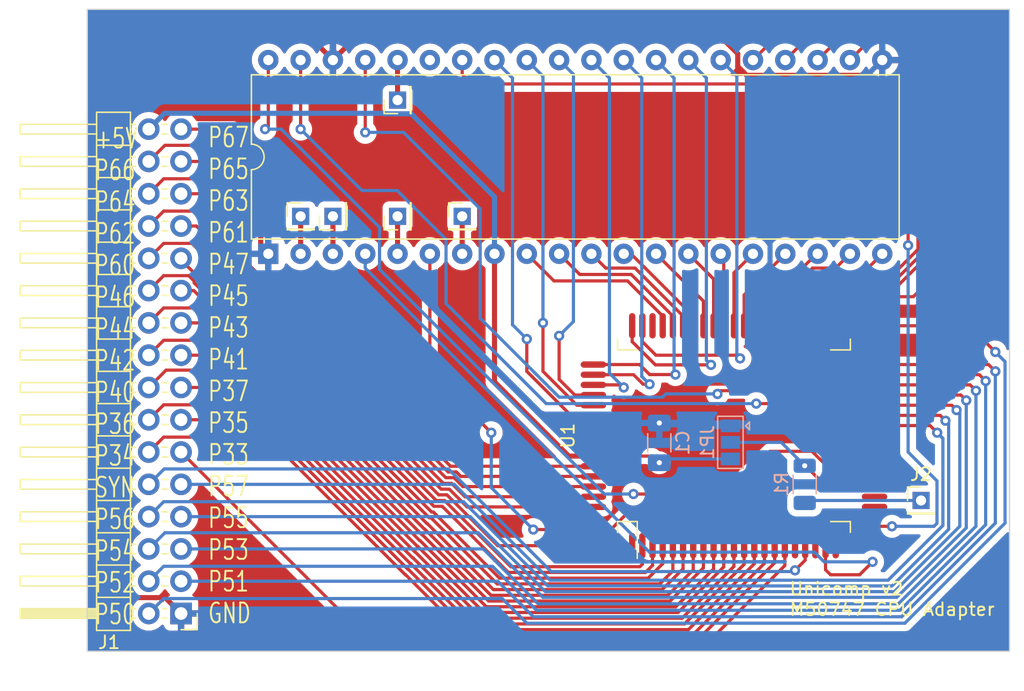
<source format=kicad_pcb>
(kicad_pcb (version 20221018) (generator pcbnew)
  (layers (0 "F.Cu" signal) (31 "B.Cu" signal) (34 "B.Paste" user) (35 "F.Paste" user) (36 "B.SilkS" user "B.Silkscreen") (37 "F.SilkS" user "F.Silkscreen") (38 "B.Mask" user) (39 "F.Mask" user) (44 "Edge.Cuts" user))
  (net 0 "")
  (net 1 "+5V")
  (net 2 "GND")
  (net 3 "/P50")
  (net 4 "/P47")
  (net 5 "/P46")
  (net 6 "/~{NMI}")
  (net 7 "/~{IRQ1}")
  (net 8 "/~{RST}")
  (net 9 "/P45")
  (net 10 "/P44")
  (net 11 "/A15")
  (net 12 "/A14")
  (net 13 "/A13")
  (net 14 "/A12")
  (net 15 "/A11")
  (net 16 "/A10")
  (net 17 "/A9")
  (net 18 "/A8")
  (net 19 "/D7")
  (net 20 "/D6")
  (net 21 "/D5")
  (net 22 "/D4")
  (net 23 "/D3")
  (net 24 "/D2")
  (net 25 "/D1")
  (net 26 "/D0")
  (net 27 "/R{slash}~{W}")
  (net 28 "Net-(J6-Pin_1)")
  (net 29 "/A0")
  (net 30 "/A1")
  (net 31 "/A2")
  (net 32 "/A3")
  (net 33 "/A4")
  (net 34 "/A5")
  (net 35 "/A6")
  (net 36 "/A7")
  (net 37 "/PHI2")
  (net 38 "/CPUCLK")
  (net 39 "+5C")
  (net 40 "/P43")
  (net 41 "/P42")
  (net 42 "/P41")
  (net 43 "Net-(J3-Pin_1)")
  (net 44 "Net-(J4-Pin_1)")
  (net 45 "/~{HALT}")
  (net 46 "/BA")
  (net 47 "/P40")
  (net 48 "/P51")
  (net 49 "/P52")
  (net 50 "/P53")
  (net 51 "/P54")
  (net 52 "/P55")
  (net 53 "/P56")
  (net 54 "/P57")
  (net 55 "/P60")
  (net 56 "/P61")
  (net 57 "/P62")
  (net 58 "/P63")
  (net 59 "/P64")
  (net 60 "/P65")
  (net 61 "/P66")
  (net 62 "/P67")
  (net 63 "/SYNC")
  (net 64 "/P37")
  (net 65 "/P36")
  (net 66 "/P35")
  (net 67 "/P34")
  (net 68 "/P33")
  (net 69 "Net-(J2-Pin_1)")
  (net 70 "Net-(JP1-C)")
  (footprint "Connector_PinHeader_2.00mm:PinHeader_1x01_P2.00mm_Vertical" (layer "F.Cu") (at 183.896 40.64 90)
    (fp_text reference "J4" hide)
    (fp_text value ".")
  )
  (footprint "Package_DIP:DIP-40_W15.24mm" (layer "F.Cu") (at 173.736 52.7304 90)
    (fp_text reference "U3" hide)
    (fp_text value "MC6802")
  )
  (footprint "Connector_PinHeader_2.54mm:PinHeader_2x16_P2.54mm_Horizontal" (layer "F.Cu") (at 166.878 81.026 180)
    (fp_text reference "J1")
    (fp_text value "Conn_02x16_Odd_Even")
  )
  (footprint "Connector_PinHeader_2.00mm:PinHeader_1x01_P2.00mm_Vertical" (layer "F.Cu") (at 188.976 49.784)
    (fp_text reference "J7" hide)
    (fp_text value ".")
  )
  (footprint "Connector_PinHeader_2.00mm:PinHeader_1x01_P2.00mm_Vertical" (layer "F.Cu") (at 183.896 49.784 90)
    (fp_text reference "J6" hide)
    (fp_text value ".")
  )
  (footprint "my_own_conn:QFP-72_13.2x18_Pitch0.8mm" (layer "F.Cu") (at 210.338 67.042)
    (fp_text reference "U1")
    (fp_text value "M50747QFP")
  )
  (footprint "Connector_PinHeader_2.00mm:PinHeader_1x01_P2.00mm_Vertical" (layer "F.Cu") (at 225.044 72.136)
    (fp_text reference "J2")
    (fp_text value ".")
  )
  (footprint "Connector_PinHeader_2.00mm:PinHeader_1x01_P2.00mm_Vertical" (layer "F.Cu") (at 176.276 49.784)
    (fp_text reference "J8" hide)
    (fp_text value ".")
  )
  (footprint "Connector_PinHeader_2.00mm:PinHeader_1x01_P2.00mm_Vertical" (layer "F.Cu") (at 178.816 49.784 90)
    (fp_text reference "J3" hide)
    (fp_text value ".")
  )
  (footprint "Capacitor_SMD:C_1206_3216Metric_Pad1.33x1.80mm_HandSolder" (layer "B.Cu") (at 204.47 67.6025 90)
    (fp_text reference "C1")
    (fp_text value "100n" hide)
  )
  (footprint "Resistor_SMD:R_1206_3216Metric" (layer "B.Cu") (at 215.9 70.866 -90)
    (fp_text reference "R1")
    (fp_text value "1k")
  )
  (footprint "Jumper:SolderJumper-3_P1.3mm_Open_Pad1.0x1.5mm" (layer "B.Cu") (at 210.058 67.564 -90)
    (fp_text reference "JP1")
    (fp_text value "Mode")
  )
  (gr_rect (start 159.5 33.5) (end 232 84) (stroke (width 0.1)) (fill none) (layer "Edge.Cuts"))
  (gr_text "+5V\nP66\nP64\nP62\nP60\nP46\nP44\nP42\nP40\nP36\nP34\nSYN\nP56\nP54\nP52\nP50" (at 160 82) (layer "F.SilkS") (effects (font (size 1.55 1.1)) (justify left bottom)))
  (gr_text "Unicomp v2\nM50747 CPU Adapter" (at 214.63 81.28) (layer "F.SilkS") (effects (font (size 1 1)) (justify left bottom)))
  (gr_text "P67\nP65\nP63\nP61\nP47\nP45\nP43\nP41\nP37\nP35\nP33\nP57\nP55\nP53\nP51\nGND\n" (at 168.91 81.915) (layer "F.SilkS") (effects (font (size 1.55 1.1)) (justify left bottom)))
  (segment (start 199.288 68.642) (end 203.947 68.642) (width 0.25) (layer "F.Cu") (net 1))
  (segment (start 197.352082 68.642) (end 199.288 68.642) (width 0.4) (layer "F.Cu") (net 1))
  (segment (start 191.516 52.7304) (end 191.516 62.805918) (width 0.4) (layer "F.Cu") (net 1))
  (segment (start 203.947 68.642) (end 204.47 69.165) (width 0.25) (layer "F.Cu") (net 1))
  (segment (start 191.516 62.805918) (end 197.352082 68.642) (width 0.4) (layer "F.Cu") (net 1))
  (via (at 204.47 69.165) (size 0.8) (drill 0.4) (layers "F.Cu" "B.Cu") (net 1))
  (segment (start 165.588 41.676) (end 182.821 41.676) (width 0.4) (layer "B.Cu") (net 1))
  (segment (start 182.821 41.676) (end 182.86 41.715) (width 0.4) (layer "B.Cu") (net 1))
  (segment (start 204.771 68.864) (end 204.47 69.165) (width 0.25) (layer "B.Cu") (net 1))
  (segment (start 191.516 48.26) (end 191.516 52.7304) (width 0.4) (layer "B.Cu") (net 1))
  (segment (start 164.338 42.926) (end 165.588 41.676) (width 0.4) (layer "B.Cu") (net 1))
  (segment (start 184.971 41.715) (end 191.516 48.26) (width 0.4) (layer "B.Cu") (net 1))
  (segment (start 210.058 68.864) (end 204.771 68.864) (width 0.25) (layer "B.Cu") (net 1))
  (segment (start 182.86 41.715) (end 184.971 41.715) (width 0.4) (layer "B.Cu") (net 1))
  (segment (start 207.531 62.979) (end 204.47 66.04) (width 0.25) (layer "F.Cu") (net 2))
  (segment (start 211.338943 38.6904) (end 220.796 38.6904) (width 0.4) (layer "F.Cu") (net 2))
  (segment (start 210.636 36.993343) (end 210.636 37.987457) (width 0.4) (layer "F.Cu") (net 2))
  (segment (start 218.808396 67.042) (end 214.745396 62.979) (width 0.25) (layer "F.Cu") (net 2))
  (segment (start 209.456657 35.814) (end 210.636 36.993343) (width 0.4) (layer "F.Cu") (net 2))
  (segment (start 220.796 38.6904) (end 221.996 37.4904) (width 0.4) (layer "F.Cu") (net 2))
  (segment (start 165.628 79.776) (end 166.878 81.026) (width 0.4) (layer "F.Cu") (net 2))
  (segment (start 221.388 67.042) (end 218.808396 67.042) (width 0.25) (layer "F.Cu") (net 2))
  (segment (start 173.136 48.352) (end 173.136 52.1304) (width 0.4) (layer "F.Cu") (net 2))
  (segment (start 214.745396 62.979) (end 207.531 62.979) (width 0.25) (layer "F.Cu") (net 2))
  (segment (start 180.4924 35.814) (end 209.456657 35.814) (width 0.4) (layer "F.Cu") (net 2))
  (segment (start 210.636 37.987457) (end 211.338943 38.6904) (width 0.4) (layer "F.Cu") (net 2))
  (segment (start 203.468 67.042) (end 204.47 66.04) (width 0.25) (layer "F.Cu") (net 2))
  (segment (start 160.528 42.799) (end 167.513 35.814) (width 0.4) (layer "F.Cu") (net 2))
  (segment (start 178.816 42.672) (end 173.136 48.352) (width 0.4) (layer "F.Cu") (net 2))
  (segment (start 199.288 67.042) (end 203.468 67.042) (width 0.25) (layer "F.Cu") (net 2))
  (segment (start 161.183 79.776) (end 165.628 79.776) (width 0.4) (layer "F.Cu") (net 2))
  (segment (start 178.816 37.4904) (end 180.4924 35.814) (width 0.4) (layer "F.Cu") (net 2))
  (segment (start 178.816 37.4904) (end 178.816 42.672) (width 0.4) (layer "F.Cu") (net 2))
  (segment (start 160.528 79.121) (end 161.183 79.776) (width 0.4) (layer "F.Cu") (net 2))
  (segment (start 167.513 35.814) (end 177.1396 35.814) (width 0.4) (layer "F.Cu") (net 2))
  (segment (start 160.528 79.121) (end 160.528 42.799) (width 0.4) (layer "F.Cu") (net 2))
  (segment (start 177.1396 35.814) (end 178.816 37.4904) (width 0.4) (layer "F.Cu") (net 2))
  (via (at 204.47 66.04) (size 0.8) (drill 0.4) (layers "F.Cu" "B.Cu") (net 2))
  (segment (start 213.176 65.462) (end 212.598 66.04) (width 0.4) (layer "B.Cu") (net 2))
  (segment (start 213.176 46.3104) (end 213.176 65.462) (width 0.4) (layer "B.Cu") (net 2))
  (segment (start 210.058 66.264) (end 204.694 66.264) (width 0.25) (layer "B.Cu") (net 2))
  (segment (start 221.996 37.4904) (end 213.176 46.3104) (width 0.4) (layer "B.Cu") (net 2))
  (segment (start 204.694 66.264) (end 204.47 66.04) (width 0.25) (layer "B.Cu") (net 2))
  (segment (start 212.598 66.04) (end 204.47 66.04) (width 0.4) (layer "B.Cu") (net 2))
  (segment (start 218.338 58.392) (end 228.826 58.392) (width 0.25) (layer "F.Cu") (net 3))
  (segment (start 228.826 58.392) (end 230.886 60.452) (width 0.25) (layer "F.Cu") (net 3))
  (via (at 230.886 60.452) (size 0.8) (drill 0.4) (layers "F.Cu" "B.Cu") (net 3))
  (segment (start 230.886 60.452) (end 231.648 61.214) (width 0.25) (layer "B.Cu") (net 3))
  (segment (start 192.119 79.851) (end 165.513 79.851) (width 0.25) (layer "B.Cu") (net 3))
  (segment (start 223.774 81.788) (end 194.056 81.788) (width 0.25) (layer "B.Cu") (net 3))
  (segment (start 194.056 81.788) (end 192.119 79.851) (width 0.25) (layer "B.Cu") (net 3))
  (segment (start 165.513 79.851) (end 164.338 81.026) (width 0.25) (layer "B.Cu") (net 3))
  (segment (start 231.648 61.214) (end 231.648 73.914) (width 0.25) (layer "B.Cu") (net 3))
  (segment (start 231.648 73.914) (end 223.774 81.788) (width 0.25) (layer "B.Cu") (net 3))
  (segment (start 191.910432 78.246) (end 186.706432 73.042) (width 0.25) (layer "F.Cu") (net 4))
  (segment (start 204.738 75.692) (end 204.738 77.108198) (width 0.25) (layer "F.Cu") (net 4))
  (segment (start 186.568832 73.042) (end 168.358 54.831168) (width 0.25) (layer "F.Cu") (net 4))
  (segment (start 204.738 77.108198) (end 203.600198 78.246) (width 0.25) (layer "F.Cu") (net 4))
  (segment (start 203.600198 78.246) (end 191.910432 78.246) (width 0.25) (layer "F.Cu") (net 4))
  (segment (start 168.358 54.831168) (end 168.358 54.693568) (width 0.25) (layer "F.Cu") (net 4))
  (segment (start 186.706432 73.042) (end 186.568832 73.042) (width 0.25) (layer "F.Cu") (net 4))
  (segment (start 168.358 54.693568) (end 166.878 53.213568) (width 0.25) (layer "F.Cu") (net 4))
  (segment (start 166.878 53.213568) (end 166.878 53.086) (width 0.25) (layer "F.Cu") (net 4))
  (segment (start 167.908 54.879964) (end 167.908 55.017564) (width 0.25) (layer "F.Cu") (net 5))
  (segment (start 191.724036 78.696) (end 204.514 78.696) (width 0.25) (layer "F.Cu") (net 5))
  (segment (start 167.479036 54.451) (end 167.908 54.879964) (width 0.25) (layer "F.Cu") (net 5))
  (segment (start 165.513 54.451) (end 167.479036 54.451) (width 0.25) (layer "F.Cu") (net 5))
  (segment (start 205.538 77.672) (end 205.538 75.692) (width 0.25) (layer "F.Cu") (net 5))
  (segment (start 167.908 55.017564) (end 186.382436 73.492) (width 0.25) (layer "F.Cu") (net 5))
  (segment (start 204.514 78.696) (end 205.538 77.672) (width 0.25) (layer "F.Cu") (net 5))
  (segment (start 186.520036 73.492) (end 191.724036 78.696) (width 0.25) (layer "F.Cu") (net 5))
  (segment (start 186.382436 73.492) (end 186.520036 73.492) (width 0.25) (layer "F.Cu") (net 5))
  (segment (start 164.338 55.626) (end 165.513 54.451) (width 0.25) (layer "F.Cu") (net 5))
  (segment (start 186.436 61.976) (end 186.436 52.7304) (width 0.25) (layer "F.Cu") (net 6))
  (segment (start 213.107173 72.898) (end 202.184 72.898) (width 0.25) (layer "F.Cu") (net 6))
  (segment (start 215.138 74.928827) (end 213.107173 72.898) (width 0.25) (layer "F.Cu") (net 6))
  (segment (start 202.184 72.898) (end 200.66 74.422) (width 0.25) (layer "F.Cu") (net 6))
  (segment (start 200.66 74.422) (end 194.564 74.422) (width 0.25) (layer "F.Cu") (net 6))
  (segment (start 215.138 75.692) (end 215.138 74.928827) (width 0.25) (layer "F.Cu") (net 6))
  (segment (start 191.262 66.802) (end 186.436 61.976) (width 0.25) (layer "F.Cu") (net 6))
  (via (at 194.564 74.422) (size 0.8) (drill 0.4) (layers "F.Cu" "B.Cu") (net 6))
  (via (at 191.262 66.802) (size 0.8) (drill 0.4) (layers "F.Cu" "B.Cu") (net 6))
  (segment (start 194.564 74.422) (end 191.262 71.12) (width 0.25) (layer "B.Cu") (net 6))
  (segment (start 191.262 71.12) (end 191.262 66.802) (width 0.25) (layer "B.Cu") (net 6))
  (segment (start 217.538 77.584) (end 217.932 77.978) (width 0.25) (layer "F.Cu") (net 7))
  (segment (start 217.932 77.978) (end 220.218 77.978) (width 0.25) (layer "F.Cu") (net 7))
  (segment (start 217.538 75.692) (end 217.538 77.584) (width 0.25) (layer "F.Cu") (net 7))
  (segment (start 220.218 77.978) (end 221.234 76.962) (width 0.25) (layer "F.Cu") (net 7))
  (via (at 221.234 76.962) (size 0.8) (drill 0.4) (layers "F.Cu" "B.Cu") (net 7))
  (segment (start 217.424 76.962) (end 216.662 76.2) (width 0.25) (layer "B.Cu") (net 7))
  (segment (start 203.69423 76.2) (end 181.356 53.86177) (width 0.25) (layer "B.Cu") (net 7))
  (segment (start 216.662 76.2) (end 203.69423 76.2) (width 0.25) (layer "B.Cu") (net 7))
  (segment (start 221.234 76.962) (end 217.424 76.962) (width 0.25) (layer "B.Cu") (net 7))
  (segment (start 181.356 53.86177) (end 181.356 52.7304) (width 0.25) (layer "B.Cu") (net 7))
  (segment (start 213.164 68.268) (end 209.804 71.628) (width 0.25) (layer "F.Cu") (net 8))
  (segment (start 221.388 70.242) (end 218.449604 70.242) (width 0.25) (layer "F.Cu") (net 8))
  (segment (start 209.804 71.628) (end 202.438 71.628) (width 0.25) (layer "F.Cu") (net 8))
  (segment (start 218.449604 70.242) (end 216.475604 68.268) (width 0.25) (layer "F.Cu") (net 8))
  (segment (start 173.482 42.926) (end 173.736 42.672) (width 0.25) (layer "F.Cu") (net 8))
  (segment (start 173.736 42.672) (end 173.736 37.4904) (width 0.25) (layer "F.Cu") (net 8))
  (segment (start 216.475604 68.268) (end 213.164 68.268) (width 0.25) (layer "F.Cu") (net 8))
  (via (at 173.482 42.926) (size 0.8) (drill 0.4) (layers "F.Cu" "B.Cu") (net 8))
  (via (at 202.438 71.628) (size 0.8) (drill 0.4) (layers "F.Cu" "B.Cu") (net 8))
  (segment (start 202.438 71.628) (end 200.152 71.628) (width 0.25) (layer "B.Cu") (net 8))
  (segment (start 182.481 53.957) (end 182.481 50.655) (width 0.25) (layer "B.Cu") (net 8))
  (segment (start 200.152 71.628) (end 182.481 53.957) (width 0.25) (layer "B.Cu") (net 8))
  (segment (start 174.752 42.926) (end 173.482 42.926) (width 0.25) (layer "B.Cu") (net 8))
  (segment (start 182.481 50.655) (end 174.752 42.926) (width 0.25) (layer "B.Cu") (net 8))
  (segment (start 191.42796 79.146) (end 204.700396 79.146) (width 0.25) (layer "F.Cu") (net 9))
  (segment (start 204.700396 79.146) (end 206.338 77.508396) (width 0.25) (layer "F.Cu") (net 9))
  (segment (start 186.19604 73.942) (end 186.22396 73.942) (width 0.25) (layer "F.Cu") (net 9))
  (segment (start 167.88004 55.626) (end 186.19604 73.942) (width 0.25) (layer "F.Cu") (net 9))
  (segment (start 166.878 55.626) (end 167.88004 55.626) (width 0.25) (layer "F.Cu") (net 9))
  (segment (start 186.22396 73.942) (end 191.42796 79.146) (width 0.25) (layer "F.Cu") (net 9))
  (segment (start 206.338 77.508396) (end 206.338 75.692) (width 0.25) (layer "F.Cu") (net 9))
  (segment (start 165.513 56.991) (end 168.608644 56.991) (width 0.25) (layer "F.Cu") (net 10))
  (segment (start 205.138 79.596) (end 207.138 77.596) (width 0.25) (layer "F.Cu") (net 10))
  (segment (start 168.608644 56.991) (end 186.009644 74.392) (width 0.25) (layer "F.Cu") (net 10))
  (segment (start 164.338 58.166) (end 165.513 56.991) (width 0.25) (layer "F.Cu") (net 10))
  (segment (start 186.009644 74.392) (end 186.037564 74.392) (width 0.25) (layer "F.Cu") (net 10))
  (segment (start 186.037564 74.392) (end 191.241564 79.596) (width 0.25) (layer "F.Cu") (net 10))
  (segment (start 207.138 77.596) (end 207.138 75.692) (width 0.25) (layer "F.Cu") (net 10))
  (segment (start 191.241564 79.596) (end 205.138 79.596) (width 0.25) (layer "F.Cu") (net 10))
  (segment (start 224.438996 56.1054) (end 227.214 53.330396) (width 0.25) (layer "F.Cu") (net 11))
  (segment (start 227.214 38.360812) (end 223.571188 34.718) (width 0.25) (layer "F.Cu") (net 11))
  (segment (start 216.738 57.074) (end 217.7066 56.1054) (width 0.25) (layer "F.Cu") (net 11))
  (segment (start 216.738 58.392) (end 216.738 57.074) (width 0.25) (layer "F.Cu") (net 11))
  (segment (start 227.214 53.330396) (end 227.214 38.360812) (width 0.25) (layer "F.Cu") (net 11))
  (segment (start 223.571188 34.718) (end 214.6084 34.718) (width 0.25) (layer "F.Cu") (net 11))
  (segment (start 217.7066 56.1054) (end 224.438996 56.1054) (width 0.25) (layer "F.Cu") (net 11))
  (segment (start 214.6084 34.718) (end 211.836 37.4904) (width 0.25) (layer "F.Cu") (net 11))
  (segment (start 217.520204 55.6554) (end 215.938 57.237604) (width 0.25) (layer "F.Cu") (net 12))
  (segment (start 225.703 37.486208) (end 225.703 52.763808) (width 0.25) (layer "F.Cu") (net 12))
  (segment (start 214.376 37.4904) (end 216.6984 35.168) (width 0.25) (layer "F.Cu") (net 12))
  (segment (start 222.811408 55.6554) (end 217.520204 55.6554) (width 0.25) (layer "F.Cu") (net 12))
  (segment (start 215.938 57.237604) (end 215.938 58.392) (width 0.25) (layer "F.Cu") (net 12))
  (segment (start 223.384792 35.168) (end 225.703 37.486208) (width 0.25) (layer "F.Cu") (net 12))
  (segment (start 225.703 52.763808) (end 222.811408 55.6554) (width 0.25) (layer "F.Cu") (net 12))
  (segment (start 216.6984 35.168) (end 223.384792 35.168) (width 0.25) (layer "F.Cu") (net 12))
  (segment (start 225.253 52.577412) (end 225.253 37.672604) (width 0.25) (layer "F.Cu") (net 13))
  (segment (start 215.138 57.401208) (end 217.333808 55.2054) (width 0.25) (layer "F.Cu") (net 13))
  (segment (start 215.138 58.392) (end 215.138 57.401208) (width 0.25) (layer "F.Cu") (net 13))
  (segment (start 217.333808 55.2054) (end 222.625012 55.2054) (width 0.25) (layer "F.Cu") (net 13))
  (segment (start 225.253 37.672604) (end 223.198396 35.618) (width 0.25) (layer "F.Cu") (net 13))
  (segment (start 222.625012 55.2054) (end 225.253 52.577412) (width 0.25) (layer "F.Cu") (net 13))
  (segment (start 218.7884 35.618) (end 216.916 37.4904) (width 0.25) (layer "F.Cu") (net 13))
  (segment (start 223.198396 35.618) (end 218.7884 35.618) (width 0.25) (layer "F.Cu") (net 13))
  (segment (start 224.803 37.859) (end 224.803 52.391016) (width 0.25) (layer "F.Cu") (net 14))
  (segment (start 222.438616 54.7554) (end 217.0246 54.7554) (width 0.25) (layer "F.Cu") (net 14))
  (segment (start 217.0246 54.7554) (end 214.338 57.442) (width 0.25) (layer "F.Cu") (net 14))
  (segment (start 224.803 52.391016) (end 222.438616 54.7554) (width 0.25) (layer "F.Cu") (net 14))
  (segment (start 214.338 57.442) (end 214.338 58.392) (width 0.25) (layer "F.Cu") (net 14))
  (segment (start 219.456 37.4904) (end 220.8784 36.068) (width 0.25) (layer "F.Cu") (net 14))
  (segment (start 223.012 36.068) (end 224.803 37.859) (width 0.25) (layer "F.Cu") (net 14))
  (segment (start 220.8784 36.068) (end 223.012 36.068) (width 0.25) (layer "F.Cu") (net 14))
  (segment (start 213.538 57.605604) (end 216.838204 54.3054) (width 0.25) (layer "F.Cu") (net 15))
  (segment (start 216.838204 54.3054) (end 220.421 54.3054) (width 0.25) (layer "F.Cu") (net 15))
  (segment (start 213.538 58.392) (end 213.538 57.605604) (width 0.25) (layer "F.Cu") (net 15))
  (segment (start 220.421 54.3054) (end 221.996 52.7304) (width 0.25) (layer "F.Cu") (net 15))
  (segment (start 216.511427 53.8554) (end 218.331 53.8554) (width 0.25) (layer "F.Cu") (net 16))
  (segment (start 212.738 58.392) (end 212.738 57.628827) (width 0.25) (layer "F.Cu") (net 16))
  (segment (start 212.738 57.628827) (end 216.511427 53.8554) (width 0.25) (layer "F.Cu") (net 16))
  (segment (start 218.331 53.8554) (end 219.456 52.7304) (width 0.25) (layer "F.Cu") (net 16))
  (segment (start 216.836427 52.7304) (end 216.916 52.7304) (width 0.25) (layer "F.Cu") (net 17))
  (segment (start 211.938 58.392) (end 211.938 57.628827) (width 0.25) (layer "F.Cu") (net 17))
  (segment (start 211.938 57.628827) (end 216.836427 52.7304) (width 0.25) (layer "F.Cu") (net 17))
  (segment (start 211.138 55.9684) (end 214.376 52.7304) (width 0.25) (layer "F.Cu") (net 18))
  (segment (start 211.138 58.392) (end 211.138 55.9684) (width 0.25) (layer "F.Cu") (net 18))
  (segment (start 210.566 60.706) (end 210.82 60.96) (width 0.25) (layer "F.Cu") (net 19))
  (segment (start 203.138 58.392) (end 203.138 59.642) (width 0.25) (layer "F.Cu") (net 19))
  (segment (start 203.138 59.642) (end 204.202 60.706) (width 0.25) (layer "F.Cu") (net 19))
  (segment (start 204.202 60.706) (end 210.566 60.706) (width 0.25) (layer "F.Cu") (net 19))
  (via (at 210.82 60.96) (size 0.8) (drill 0.4) (layers "F.Cu" "B.Cu") (net 19))
  (segment (start 210.566 38.7604) (end 210.566 60.706) (width 0.25) (layer "B.Cu") (net 19))
  (segment (start 209.296 37.4904) (end 210.566 38.7604) (width 0.25) (layer "B.Cu") (net 19))
  (segment (start 210.566 60.706) (end 210.82 60.96) (width 0.25) (layer "B.Cu") (net 19))
  (segment (start 202.338 59.642) (end 204.164 61.468) (width 0.25) (layer "F.Cu") (net 20))
  (segment (start 202.338 58.392) (end 202.338 59.642) (width 0.25) (layer "F.Cu") (net 20))
  (segment (start 204.164 61.468) (end 208.534 61.468) (width 0.25) (layer "F.Cu") (net 20))
  (via (at 208.534 61.468) (size 0.8) (drill 0.4) (layers "F.Cu" "B.Cu") (net 20))
  (segment (start 208.534 61.468) (end 208.171 61.105) (width 0.25) (layer "B.Cu") (net 20))
  (segment (start 208.171 38.9054) (end 206.756 37.4904) (width 0.25) (layer "B.Cu") (net 20))
  (segment (start 208.171 61.105) (end 208.171 38.9054) (width 0.25) (layer "B.Cu") (net 20))
  (segment (start 199.288 61.442) (end 202.92 61.442) (width 0.25) (layer "F.Cu") (net 21))
  (segment (start 203.708 62.23) (end 205.74 62.23) (width 0.25) (layer "F.Cu") (net 21))
  (segment (start 202.92 61.442) (end 203.708 62.23) (width 0.25) (layer "F.Cu") (net 21))
  (via (at 205.74 62.23) (size 0.8) (drill 0.4) (layers "F.Cu" "B.Cu") (net 21))
  (segment (start 205.631 38.9054) (end 204.216 37.4904) (width 0.25) (layer "B.Cu") (net 21))
  (segment (start 205.631 62.121) (end 205.631 38.9054) (width 0.25) (layer "B.Cu") (net 21))
  (segment (start 205.74 62.23) (end 205.631 62.121) (width 0.25) (layer "B.Cu") (net 21))
  (segment (start 199.288 62.242) (end 202.45 62.242) (width 0.25) (layer "F.Cu") (net 22))
  (segment (start 202.45 62.242) (end 203.2 62.992) (width 0.25) (layer "F.Cu") (net 22))
  (segment (start 203.2 62.992) (end 203.708 62.992) (width 0.25) (layer "F.Cu") (net 22))
  (via (at 203.708 62.992) (size 0.8) (drill 0.4) (layers "F.Cu" "B.Cu") (net 22))
  (segment (start 203.091 38.9054) (end 201.676 37.4904) (width 0.25) (layer "B.Cu") (net 22))
  (segment (start 203.091 62.375) (end 203.091 38.9054) (width 0.25) (layer "B.Cu") (net 22))
  (segment (start 203.708 62.992) (end 203.091 62.375) (width 0.25) (layer "B.Cu") (net 22))
  (segment (start 201.472 63.042) (end 201.676 63.246) (width 0.25) (layer "F.Cu") (net 23))
  (segment (start 199.288 63.042) (end 201.472 63.042) (width 0.25) (layer "F.Cu") (net 23))
  (via (at 201.676 63.246) (size 0.8) (drill 0.4) (layers "F.Cu" "B.Cu") (net 23))
  (segment (start 200.551 38.9054) (end 199.136 37.4904) (width 0.25) (layer "B.Cu") (net 23))
  (segment (start 200.551 62.121) (end 200.551 38.9054) (width 0.25) (layer "B.Cu") (net 23))
  (segment (start 201.676 63.246) (end 200.551 62.121) (width 0.25) (layer "B.Cu") (net 23))
  (segment (start 196.596 62.609604) (end 196.596 59.182) (width 0.25) (layer "F.Cu") (net 24))
  (segment (start 197.828396 63.842) (end 196.596 62.609604) (width 0.25) (layer "F.Cu") (net 24))
  (segment (start 199.288 63.842) (end 197.828396 63.842) (width 0.25) (layer "F.Cu") (net 24))
  (via (at 196.596 59.182) (size 0.8) (drill 0.4) (layers "F.Cu" "B.Cu") (net 24))
  (segment (start 196.596 59.182) (end 197.721 58.057) (width 0.25) (layer "B.Cu") (net 24))
  (segment (start 197.721 38.6154) (end 196.596 37.4904) (width 0.25) (layer "B.Cu") (net 24))
  (segment (start 197.721 58.057) (end 197.721 38.6154) (width 0.25) (layer "B.Cu") (net 24))
  (segment (start 199.288 64.642) (end 197.992 64.642) (width 0.25) (layer "F.Cu") (net 25))
  (segment (start 195.326 61.976) (end 195.326 58.166) (width 0.25) (layer "F.Cu") (net 25))
  (segment (start 197.992 64.642) (end 195.326 61.976) (width 0.25) (layer "F.Cu") (net 25))
  (via (at 195.326 58.166) (size 0.8) (drill 0.4) (layers "F.Cu" "B.Cu") (net 25))
  (segment (start 195.326 58.166) (end 195.326 38.7604) (width 0.25) (layer "B.Cu") (net 25))
  (segment (start 195.326 38.7604) (end 194.056 37.4904) (width 0.25) (layer "B.Cu") (net 25))
  (segment (start 197.522 65.442) (end 194.056 61.976) (width 0.25) (layer "F.Cu") (net 26))
  (segment (start 199.288 65.442) (end 197.522 65.442) (width 0.25) (layer "F.Cu") (net 26))
  (segment (start 194.056 61.976) (end 194.056 59.436) (width 0.25) (layer "F.Cu") (net 26))
  (via (at 194.056 59.436) (size 0.8) (drill 0.4) (layers "F.Cu" "B.Cu") (net 26))
  (segment (start 194.056 59.436) (end 192.931 58.311) (width 0.25) (layer "B.Cu") (net 26))
  (segment (start 192.931 58.311) (end 192.931 38.9054) (width 0.25) (layer "B.Cu") (net 26))
  (segment (start 192.931 38.9054) (end 191.516 37.4904) (width 0.25) (layer "B.Cu") (net 26))
  (segment (start 216.738 74.346) (end 216.91602 74.16798) (width 0.25) (layer "F.Cu") (net 27))
  (segment (start 216.738 75.692) (end 216.738 74.346) (width 0.25) (layer "F.Cu") (net 27))
  (segment (start 216.91602 74.16798) (end 222.758 74.16798) (width 0.25) (layer "F.Cu") (net 27))
  (segment (start 189.738 39.37) (end 221.996 39.37) (width 0.25) (layer "F.Cu") (net 27))
  (segment (start 224.028 41.402) (end 224.028 52.07) (width 0.25) (layer "F.Cu") (net 27))
  (segment (start 188.976 38.608) (end 189.738 39.37) (width 0.25) (layer "F.Cu") (net 27))
  (segment (start 221.996 39.37) (end 224.028 41.402) (width 0.25) (layer "F.Cu") (net 27))
  (segment (start 188.976 37.4904) (end 188.976 38.608) (width 0.25) (layer "F.Cu") (net 27))
  (via (at 222.758 74.16798) (size 0.8) (drill 0.4) (layers "F.Cu" "B.Cu") (net 27))
  (via (at 224.028 52.07) (size 0.8) (drill 0.4) (layers "F.Cu" "B.Cu") (net 27))
  (segment (start 224.028 52.07) (end 224.028 68.326) (width 0.25) (layer "B.Cu") (net 27))
  (segment (start 226.298 70.596) (end 226.298 73.93) (width 0.25) (layer "B.Cu") (net 27))
  (segment (start 224.028 68.326) (end 226.298 70.596) (width 0.25) (layer "B.Cu") (net 27))
  (segment (start 226.298 73.93) (end 226.06002 74.16798) (width 0.25) (layer "B.Cu") (net 27))
  (segment (start 226.06002 74.16798) (end 222.758 74.16798) (width 0.25) (layer "B.Cu") (net 27))
  (segment (start 183.896 52.7304) (end 183.896 49.784) (width 0.4) (layer "F.Cu") (net 28))
  (segment (start 201.973173 54.864) (end 196.1896 54.864) (width 0.25) (layer "F.Cu") (net 29))
  (segment (start 196.1896 54.864) (end 194.056 52.7304) (width 0.25) (layer "F.Cu") (net 29))
  (segment (start 204.738 57.628827) (end 201.973173 54.864) (width 0.25) (layer "F.Cu") (net 29))
  (segment (start 204.738 58.392) (end 204.738 57.628827) (width 0.25) (layer "F.Cu") (net 29))
  (segment (start 202.265173 54.356) (end 198.2216 54.356) (width 0.25) (layer "F.Cu") (net 30))
  (segment (start 205.538 58.392) (end 205.538 57.628827) (width 0.25) (layer "F.Cu") (net 30))
  (segment (start 198.2216 54.356) (end 196.596 52.7304) (width 0.25) (layer "F.Cu") (net 30))
  (segment (start 205.538 57.628827) (end 202.265173 54.356) (width 0.25) (layer "F.Cu") (net 30))
  (segment (start 200.261 53.8554) (end 199.136 52.7304) (width 0.25) (layer "F.Cu") (net 31))
  (segment (start 206.338 57.628827) (end 202.564573 53.8554) (width 0.25) (layer "F.Cu") (net 31))
  (segment (start 202.564573 53.8554) (end 200.261 53.8554) (width 0.25) (layer "F.Cu") (net 31))
  (segment (start 206.338 58.392) (end 206.338 57.628827) (width 0.25) (layer "F.Cu") (net 31))
  (segment (start 202.239573 52.7304) (end 201.676 52.7304) (width 0.25) (layer "F.Cu") (net 32))
  (segment (start 207.138 57.628827) (end 202.239573 52.7304) (width 0.25) (layer "F.Cu") (net 32))
  (segment (start 207.138 58.392) (end 207.138 57.628827) (width 0.25) (layer "F.Cu") (net 32))
  (segment (start 207.938 58.392) (end 207.938 56.4524) (width 0.25) (layer "F.Cu") (net 33))
  (segment (start 207.938 56.4524) (end 204.216 52.7304) (width 0.25) (layer "F.Cu") (net 33))
  (segment (start 208.738 58.392) (end 208.738 54.7124) (width 0.25) (layer "F.Cu") (net 34))
  (segment (start 208.738 54.7124) (end 206.756 52.7304) (width 0.25) (layer "F.Cu") (net 34))
  (segment (start 209.538 58.392) (end 209.538 52.9724) (width 0.25) (layer "F.Cu") (net 35))
  (segment (start 209.538 52.9724) (end 209.296 52.7304) (width 0.25) (layer "F.Cu") (net 35))
  (segment (start 210.338 58.392) (end 210.338 54.2284) (width 0.25) (layer "F.Cu") (net 36))
  (segment (start 210.338 54.2284) (end 211.836 52.7304) (width 0.25) (layer "F.Cu") (net 36))
  (segment (start 221.364 67.818) (end 218.948 67.818) (width 0.25) (layer "F.Cu") (net 37))
  (segment (start 181.356 43.18) (end 181.356 37.4904) (width 0.25) (layer "F.Cu") (net 37))
  (segment (start 218.948 67.818) (end 214.63 63.5) (width 0.25) (layer "F.Cu") (net 37))
  (segment (start 209.296 63.5) (end 209.042 63.754) (width 0.25) (layer "F.Cu") (net 37))
  (segment (start 214.63 63.5) (end 209.296 63.5) (width 0.25) (layer "F.Cu") (net 37))
  (segment (start 221.388 67.842) (end 221.364 67.818) (width 0.25) (layer "F.Cu") (net 37))
  (via (at 209.042 63.754) (size 0.8) (drill 0.4) (layers "F.Cu" "B.Cu") (net 37))
  (via (at 181.356 43.18) (size 0.8) (drill 0.4) (layers "F.Cu" "B.Cu") (net 37))
  (segment (start 190.391 57.803) (end 190.391 49.199) (width 0.25) (layer "B.Cu") (net 37))
  (segment (start 204.978 63.754) (end 204.724 64.008) (width 0.25) (layer "B.Cu") (net 37))
  (segment (start 204.724 64.008) (end 196.596 64.008) (width 0.25) (layer "B.Cu") (net 37))
  (segment (start 196.596 64.008) (end 190.391 57.803) (width 0.25) (layer "B.Cu") (net 37))
  (segment (start 184.372 43.18) (end 181.356 43.18) (width 0.25) (layer "B.Cu") (net 37))
  (segment (start 190.391 49.199) (end 184.372 43.18) (width 0.25) (layer "B.Cu") (net 37))
  (segment (start 209.042 63.754) (end 204.978 63.754) (width 0.25) (layer "B.Cu") (net 37))
  (segment (start 212.09 64.516) (end 213.614 64.516) (width 0.25) (layer "F.Cu") (net 38))
  (segment (start 176.276 37.4904) (end 176.276 42.926) (width 0.25) (layer "F.Cu") (net 38))
  (segment (start 218.54 69.442) (end 221.388 69.442) (width 0.25) (layer "F.Cu") (net 38))
  (segment (start 213.614 64.516) (end 218.54 69.442) (width 0.25) (layer "F.Cu") (net 38))
  (via (at 176.276 42.926) (size 0.8) (drill 0.4) (layers "F.Cu" "B.Cu") (net 38))
  (via (at 212.09 64.516) (size 0.8) (drill 0.4) (layers "F.Cu" "B.Cu") (net 38))
  (segment (start 187.706 51.594) (end 187.706 56.642) (width 0.25) (layer "B.Cu") (net 38))
  (segment (start 195.58 64.516) (end 212.09 64.516) (width 0.25) (layer "B.Cu") (net 38))
  (segment (start 181.102 47.752) (end 183.864 47.752) (width 0.25) (layer "B.Cu") (net 38))
  (segment (start 187.706 56.642) (end 195.58 64.516) (width 0.25) (layer "B.Cu") (net 38))
  (segment (start 176.276 42.926) (end 181.102 47.752) (width 0.25) (layer "B.Cu") (net 38))
  (segment (start 183.864 47.752) (end 187.706 51.594) (width 0.25) (layer "B.Cu") (net 38))
  (segment (start 185.851168 74.842) (end 191.055168 80.046) (width 0.25) (layer "F.Cu") (net 40))
  (segment (start 191.055168 80.046) (end 205.324396 80.046) (width 0.25) (layer "F.Cu") (net 40))
  (segment (start 185.823248 74.842) (end 185.851168 74.842) (width 0.25) (layer "F.Cu") (net 40))
  (segment (start 169.147248 58.166) (end 185.823248 74.842) (width 0.25) (layer "F.Cu") (net 40))
  (segment (start 205.324396 80.046) (end 207.938 77.432396) (width 0.25) (layer "F.Cu") (net 40))
  (segment (start 207.938 77.432396) (end 207.938 75.692) (width 0.25) (layer "F.Cu") (net 40))
  (segment (start 166.878 58.166) (end 169.147248 58.166) (width 0.25) (layer "F.Cu") (net 40))
  (segment (start 164.338 60.706) (end 165.513 59.531) (width 0.25) (layer "F.Cu") (net 41))
  (segment (start 190.868772 80.496) (end 205.762 80.496) (width 0.25) (layer "F.Cu") (net 41))
  (segment (start 185.636852 75.292) (end 185.664772 75.292) (width 0.25) (layer "F.Cu") (net 41))
  (segment (start 185.664772 75.292) (end 190.868772 80.496) (width 0.25) (layer "F.Cu") (net 41))
  (segment (start 165.513 59.531) (end 169.875852 59.531) (width 0.25) (layer "F.Cu") (net 41))
  (segment (start 205.762 80.496) (end 208.738 77.52) (width 0.25) (layer "F.Cu") (net 41))
  (segment (start 208.738 77.52) (end 208.738 75.692) (width 0.25) (layer "F.Cu") (net 41))
  (segment (start 169.875852 59.531) (end 185.636852 75.292) (width 0.25) (layer "F.Cu") (net 41))
  (segment (start 209.538 77.356396) (end 209.538 75.692) (width 0.25) (layer "F.Cu") (net 42))
  (segment (start 170.414456 60.706) (end 185.450456 75.742) (width 0.25) (layer "F.Cu") (net 42))
  (segment (start 190.682376 80.946) (end 205.948396 80.946) (width 0.25) (layer "F.Cu") (net 42))
  (segment (start 185.450456 75.742) (end 185.478376 75.742) (width 0.25) (layer "F.Cu") (net 42))
  (segment (start 185.478376 75.742) (end 190.682376 80.946) (width 0.25) (layer "F.Cu") (net 42))
  (segment (start 166.878 60.706) (end 170.414456 60.706) (width 0.25) (layer "F.Cu") (net 42))
  (segment (start 205.948396 80.946) (end 209.538 77.356396) (width 0.25) (layer "F.Cu") (net 42))
  (segment (start 178.816 52.7304) (end 178.816 49.784) (width 0.4) (layer "F.Cu") (net 43))
  (segment (start 183.896 37.4904) (end 183.896 40.64) (width 0.4) (layer "F.Cu") (net 44))
  (segment (start 176.276 52.7304) (end 176.276 49.784) (width 0.4) (layer "F.Cu") (net 45))
  (segment (start 188.976 52.7304) (end 188.976 49.784) (width 0.4) (layer "F.Cu") (net 46))
  (segment (start 206.260396 81.396) (end 210.338 77.318396) (width 0.25) (layer "F.Cu") (net 47))
  (segment (start 185.29198 76.192) (end 190.49598 81.396) (width 0.25) (layer "F.Cu") (net 47))
  (segment (start 164.338 63.246) (end 165.703 61.881) (width 0.25) (layer "F.Cu") (net 47))
  (segment (start 170.95306 61.881) (end 185.26406 76.192) (width 0.25) (layer "F.Cu") (net 47))
  (segment (start 190.49598 81.396) (end 206.260396 81.396) (width 0.25) (layer "F.Cu") (net 47))
  (segment (start 165.703 61.881) (end 170.95306 61.881) (width 0.25) (layer "F.Cu") (net 47))
  (segment (start 210.338 77.318396) (end 210.338 75.692) (width 0.25) (layer "F.Cu") (net 47))
  (segment (start 185.26406 76.192) (end 185.29198 76.192) (width 0.25) (layer "F.Cu") (net 47))
  (segment (start 230.886 61.976) (end 230.352 61.442) (width 0.25) (layer "F.Cu") (net 48))
  (segment (start 230.352 61.442) (end 221.388 61.442) (width 0.25) (layer "F.Cu") (net 48))
  (via (at 230.886 61.976) (size 0.8) (drill 0.4) (layers "F.Cu" "B.Cu") (net 48))
  (segment (start 223.52 81.28) (end 230.886 73.914) (width 0.25) (layer "B.Cu") (net 48))
  (segment (start 194.564 81.28) (end 223.52 81.28) (width 0.25) (layer "B.Cu") (net 48))
  (segment (start 191.77 78.486) (end 194.564 81.28) (width 0.25) (layer "B.Cu") (net 48))
  (segment (start 230.886 73.914) (end 230.886 61.976) (width 0.25) (layer "B.Cu") (net 48))
  (segment (start 166.878 78.486) (end 191.77 78.486) (width 0.25) (layer "B.Cu") (net 48))
  (segment (start 221.388 62.242) (end 229.628 62.242) (width 0.25) (layer "F.Cu") (net 49))
  (segment (start 229.628 62.242) (end 230.124 62.738) (width 0.25) (layer "F.Cu") (net 49))
  (via (at 230.124 62.738) (size 0.8) (drill 0.4) (layers "F.Cu" "B.Cu") (net 49))
  (segment (start 165.513 77.311) (end 164.338 78.486) (width 0.25) (layer "B.Cu") (net 49))
  (segment (start 223.391604 80.772) (end 194.818 80.772) (width 0.25) (layer "B.Cu") (net 49))
  (segment (start 191.357 77.311) (end 165.513 77.311) (width 0.25) (layer "B.Cu") (net 49))
  (segment (start 230.124 74.039604) (end 223.391604 80.772) (width 0.25) (layer "B.Cu") (net 49))
  (segment (start 194.818 80.772) (end 191.357 77.311) (width 0.25) (layer "B.Cu") (net 49))
  (segment (start 230.124 62.738) (end 230.124 74.039604) (width 0.25) (layer "B.Cu") (net 49))
  (segment (start 221.388 63.042) (end 228.904 63.042) (width 0.25) (layer "F.Cu") (net 50))
  (segment (start 228.904 63.042) (end 229.362 63.5) (width 0.25) (layer "F.Cu") (net 50))
  (via (at 229.362 63.5) (size 0.8) (drill 0.4) (layers "F.Cu" "B.Cu") (net 50))
  (segment (start 223.263208 80.264) (end 229.362 74.165208) (width 0.25) (layer "B.Cu") (net 50))
  (segment (start 194.946396 80.264) (end 223.263208 80.264) (width 0.25) (layer "B.Cu") (net 50))
  (segment (start 190.628396 75.946) (end 194.946396 80.264) (width 0.25) (layer "B.Cu") (net 50))
  (segment (start 229.362 74.165208) (end 229.362 63.5) (width 0.25) (layer "B.Cu") (net 50))
  (segment (start 166.878 75.946) (end 190.628396 75.946) (width 0.25) (layer "B.Cu") (net 50))
  (segment (start 221.388 63.842) (end 228.18 63.842) (width 0.25) (layer "F.Cu") (net 51))
  (segment (start 228.18 63.842) (end 228.6 64.262) (width 0.25) (layer "F.Cu") (net 51))
  (via (at 228.6 64.262) (size 0.8) (drill 0.4) (layers "F.Cu" "B.Cu") (net 51))
  (segment (start 190.246 74.676) (end 195.326 79.756) (width 0.25) (layer "B.Cu") (net 51))
  (segment (start 164.338 75.946) (end 165.608 74.676) (width 0.25) (layer "B.Cu") (net 51))
  (segment (start 165.608 74.676) (end 190.246 74.676) (width 0.25) (layer "B.Cu") (net 51))
  (segment (start 195.326 79.756) (end 223.134812 79.756) (width 0.25) (layer "B.Cu") (net 51))
  (segment (start 223.134812 79.756) (end 228.6 74.290812) (width 0.25) (layer "B.Cu") (net 51))
  (segment (start 228.6 74.290812) (end 228.6 64.262) (width 0.25) (layer "B.Cu") (net 51))
  (segment (start 221.388 64.642) (end 227.456 64.642) (width 0.25) (layer "F.Cu") (net 52))
  (segment (start 227.456 64.642) (end 227.838 65.024) (width 0.25) (layer "F.Cu") (net 52))
  (via (at 227.838 65.024) (size 0.8) (drill 0.4) (layers "F.Cu" "B.Cu") (net 52))
  (segment (start 228.092 65.278) (end 227.838 65.024) (width 0.25) (layer "B.Cu") (net 52))
  (segment (start 195.512396 79.306) (end 222.948416 79.306) (width 0.25) (layer "B.Cu") (net 52))
  (segment (start 189.612396 73.406) (end 195.512396 79.306) (width 0.25) (layer "B.Cu") (net 52))
  (segment (start 222.948416 79.306) (end 228.092 74.162416) (width 0.25) (layer "B.Cu") (net 52))
  (segment (start 228.092 74.162416) (end 228.092 65.278) (width 0.25) (layer "B.Cu") (net 52))
  (segment (start 166.878 73.406) (end 189.612396 73.406) (width 0.25) (layer "B.Cu") (net 52))
  (segment (start 221.388 65.442) (end 226.545911 65.442) (width 0.25) (layer "F.Cu") (net 53))
  (segment (start 226.545911 65.442) (end 226.964342 65.860431) (width 0.25) (layer "F.Cu") (net 53))
  (via (at 226.964342 65.860431) (size 0.8) (drill 0.4) (layers "F.Cu" "B.Cu") (net 53))
  (segment (start 227.214 66.110089) (end 226.964342 65.860431) (width 0.25) (layer "B.Cu") (net 53))
  (segment (start 195.698792 78.856) (end 222.76202 78.856) (width 0.25) (layer "B.Cu") (net 53))
  (segment (start 165.513 72.231) (end 189.073792 72.231) (width 0.25) (layer "B.Cu") (net 53))
  (segment (start 227.214 74.40402) (end 227.214 66.110089) (width 0.25) (layer "B.Cu") (net 53))
  (segment (start 189.073792 72.231) (end 195.698792 78.856) (width 0.25) (layer "B.Cu") (net 53))
  (segment (start 164.338 73.406) (end 165.513 72.231) (width 0.25) (layer "B.Cu") (net 53))
  (segment (start 222.76202 78.856) (end 227.214 74.40402) (width 0.25) (layer "B.Cu") (net 53))
  (segment (start 221.388 66.242) (end 225.754 66.242) (width 0.25) (layer "F.Cu") (net 54))
  (segment (start 225.754 66.242) (end 226.314 66.802) (width 0.25) (layer "F.Cu") (net 54))
  (via (at 226.314 66.802) (size 0.8) (drill 0.4) (layers "F.Cu" "B.Cu") (net 54))
  (segment (start 226.764 74.100396) (end 226.764 67.252) (width 0.25) (layer "B.Cu") (net 54))
  (segment (start 226.764 67.252) (end 226.314 66.802) (width 0.25) (layer "B.Cu") (net 54))
  (segment (start 222.458396 78.406) (end 226.764 74.100396) (width 0.25) (layer "B.Cu") (net 54))
  (segment (start 166.878 70.866) (end 188.345188 70.866) (width 0.25) (layer "B.Cu") (net 54))
  (segment (start 188.345188 70.866) (end 195.885188 78.406) (width 0.25) (layer "B.Cu") (net 54))
  (segment (start 195.885188 78.406) (end 222.458396 78.406) (width 0.25) (layer "B.Cu") (net 54))
  (segment (start 164.338 53.086) (end 165.513 51.911) (width 0.25) (layer "F.Cu") (net 55))
  (segment (start 167.735 51.911) (end 168.656 52.832) (width 0.25) (layer "F.Cu") (net 55))
  (segment (start 165.513 51.911) (end 167.735 51.911) (width 0.25) (layer "F.Cu") (net 55))
  (segment (start 168.808 54.644772) (end 186.755228 72.592) (width 0.25) (layer "F.Cu") (net 55))
  (segment (start 187.402792 72.592) (end 192.606792 77.796) (width 0.25) (layer "F.Cu") (net 55))
  (segment (start 203.382 77.796) (end 203.938 77.24) (width 0.25) (layer "F.Cu") (net 55))
  (segment (start 168.808 54.507172) (end 168.808 54.644772) (width 0.25) (layer "F.Cu") (net 55))
  (segment (start 192.606792 77.796) (end 203.382 77.796) (width 0.25) (layer "F.Cu") (net 55))
  (segment (start 168.656 54.355172) (end 168.808 54.507172) (width 0.25) (layer "F.Cu") (net 55))
  (segment (start 203.938 77.24) (end 203.938 75.692) (width 0.25) (layer "F.Cu") (net 55))
  (segment (start 168.656 52.832) (end 168.656 54.355172) (width 0.25) (layer "F.Cu") (net 55))
  (segment (start 186.755228 72.592) (end 187.402792 72.592) (width 0.25) (layer "F.Cu") (net 55))
  (segment (start 203.138 77.149604) (end 202.941604 77.346) (width 0.25) (layer "F.Cu") (net 56))
  (segment (start 169.258 54.458376) (end 169.258 53.810812) (width 0.25) (layer "F.Cu") (net 56))
  (segment (start 169.258 53.810812) (end 169.106 53.658812) (width 0.25) (layer "F.Cu") (net 56))
  (segment (start 203.138 75.692) (end 203.138 77.149604) (width 0.25) (layer "F.Cu") (net 56))
  (segment (start 192.793188 77.346) (end 187.589188 72.142) (width 0.25) (layer "F.Cu") (net 56))
  (segment (start 168.080081 50.546) (end 166.878 50.546) (width 0.25) (layer "F.Cu") (net 56))
  (segment (start 169.106 53.658812) (end 169.106 51.571919) (width 0.25) (layer "F.Cu") (net 56))
  (segment (start 202.941604 77.346) (end 192.793188 77.346) (width 0.25) (layer "F.Cu") (net 56))
  (segment (start 187.589188 72.142) (end 186.941624 72.142) (width 0.25) (layer "F.Cu") (net 56))
  (segment (start 186.941624 72.142) (end 169.258 54.458376) (width 0.25) (layer "F.Cu") (net 56))
  (segment (start 169.106 51.571919) (end 168.080081 50.546) (width 0.25) (layer "F.Cu") (net 56))
  (segment (start 169.005 49.371) (end 169.672 50.038) (width 0.25) (layer "F.Cu") (net 57))
  (segment (start 191.775584 75.692) (end 202.338 75.692) (width 0.25) (layer "F.Cu") (net 57))
  (segment (start 169.708 54.27198) (end 187.12802 71.692) (width 0.25) (layer "F.Cu") (net 57))
  (segment (start 165.513 49.371) (end 169.005 49.371) (width 0.25) (layer "F.Cu") (net 57))
  (segment (start 164.338 50.546) (end 165.513 49.371) (width 0.25) (layer "F.Cu") (net 57))
  (segment (start 169.708 53.624416) (end 169.708 54.27198) (width 0.25) (layer "F.Cu") (net 57))
  (segment (start 169.672 50.038) (end 169.672 53.588416) (width 0.25) (layer "F.Cu") (net 57))
  (segment (start 187.775584 71.692) (end 191.775584 75.692) (width 0.25) (layer "F.Cu") (net 57))
  (segment (start 187.12802 71.692) (end 187.775584 71.692) (width 0.25) (layer "F.Cu") (net 57))
  (segment (start 169.672 53.588416) (end 169.708 53.624416) (width 0.25) (layer "F.Cu") (net 57))
  (segment (start 169.164 48.006) (end 166.878 48.006) (width 0.25) (layer "F.Cu") (net 58))
  (segment (start 189.36198 72.642) (end 187.96198 71.242) (width 0.25) (layer "F.Cu") (net 58))
  (segment (start 199.288 72.642) (end 189.36198 72.642) (width 0.25) (layer "F.Cu") (net 58))
  (segment (start 170.158 54.085584) (end 170.158 49) (width 0.25) (layer "F.Cu") (net 58))
  (segment (start 170.158 49) (end 169.164 48.006) (width 0.25) (layer "F.Cu") (net 58))
  (segment (start 187.314416 71.242) (end 170.158 54.085584) (width 0.25) (layer "F.Cu") (net 58))
  (segment (start 187.96198 71.242) (end 187.314416 71.242) (width 0.25) (layer "F.Cu") (net 58))
  (segment (start 165.513 46.831) (end 169.513 46.831) (width 0.25) (layer "F.Cu") (net 59))
  (segment (start 187.500812 70.792) (end 188.148376 70.792) (width 0.25) (layer "F.Cu") (net 59))
  (segment (start 170.608 47.926) (end 170.608 53.899188) (width 0.25) (layer "F.Cu") (net 59))
  (segment (start 189.198376 71.842) (end 199.288 71.842) (width 0.25) (layer "F.Cu") (net 59))
  (segment (start 170.608 53.899188) (end 187.500812 70.792) (width 0.25) (layer "F.Cu") (net 59))
  (segment (start 169.513 46.831) (end 170.608 47.926) (width 0.25) (layer "F.Cu") (net 59))
  (segment (start 164.338 48.006) (end 165.513 46.831) (width 0.25) (layer "F.Cu") (net 59))
  (segment (start 188.148376 70.792) (end 189.198376 71.842) (width 0.25) (layer "F.Cu") (net 59))
  (segment (start 187.687208 70.342) (end 171.058 53.712792) (width 0.25) (layer "F.Cu") (net 60))
  (segment (start 168.91 45.466) (end 166.878 45.466) (width 0.25) (layer "F.Cu") (net 60))
  (segment (start 171.058 53.712792) (end 171.058 47.614) (width 0.25) (layer "F.Cu") (net 60))
  (segment (start 189.034772 71.042) (end 188.334772 70.342) (width 0.25) (layer "F.Cu") (net 60))
  (segment (start 199.288 71.042) (end 189.034772 71.042) (width 0.25) (layer "F.Cu") (net 60))
  (segment (start 171.058 47.614) (end 168.91 45.466) (width 0.25) (layer "F.Cu") (net 60))
  (segment (start 188.334772 70.342) (end 187.687208 70.342) (width 0.25) (layer "F.Cu") (net 60))
  (segment (start 171.508 44.762) (end 171.508 53.526396) (width 0.25) (layer "F.Cu") (net 61))
  (segment (start 170.942 44.196) (end 171.508 44.762) (width 0.25) (layer "F.Cu") (net 61))
  (segment (start 165.608 44.196) (end 170.942 44.196) (width 0.25) (layer "F.Cu") (net 61))
  (segment (start 188.871168 70.242) (end 199.288 70.242) (width 0.25) (layer "F.Cu") (net 61))
  (segment (start 187.873604 69.892) (end 188.521168 69.892) (width 0.25) (layer "F.Cu") (net 61))
  (segment (start 164.338 45.466) (end 165.608 44.196) (width 0.25) (layer "F.Cu") (net 61))
  (segment (start 188.521168 69.892) (end 188.871168 70.242) (width 0.25) (layer "F.Cu") (net 61))
  (segment (start 171.508 53.526396) (end 187.873604 69.892) (width 0.25) (layer "F.Cu") (net 61))
  (segment (start 171.958 43.942) (end 170.942 42.926) (width 0.25) (layer "F.Cu") (net 62))
  (segment (start 171.958 53.34) (end 171.958 43.942) (width 0.25) (layer "F.Cu") (net 62))
  (segment (start 170.942 42.926) (end 166.878 42.926) (width 0.25) (layer "F.Cu") (net 62))
  (segment (start 188.06 69.442) (end 171.958 53.34) (width 0.25) (layer "F.Cu") (net 62))
  (segment (start 199.288 69.442) (end 188.06 69.442) (width 0.25) (layer "F.Cu") (net 62))
  (segment (start 215.938 75.692) (end 215.938 76.831) (width 0.25) (layer "F.Cu") (net 63))
  (segment (start 215.938 76.831) (end 215.138 77.631) (width 0.25) (layer "F.Cu") (net 63))
  (via (at 215.138 77.631) (size 0.8) (drill 0.4) (layers "F.Cu" "B.Cu") (net 63))
  (segment (start 215.045 77.724) (end 215.138 77.631) (width 0.25) (layer "B.Cu") (net 63))
  (segment (start 165.55 69.654) (end 187.892396 69.654) (width 0.25) (layer "B.Cu") (net 63))
  (segment (start 187.892396 69.654) (end 195.962396 77.724) (width 0.25) (layer "B.Cu") (net 63))
  (segment (start 164.338 70.866) (end 165.55 69.654) (width 0.25) (layer "B.Cu") (net 63))
  (segment (start 195.962396 77.724) (end 215.045 77.724) (width 0.25) (layer "B.Cu") (net 63))
  (segment (start 185.105584 76.642) (end 185.077664 76.642) (width 0.25) (layer "F.Cu") (net 64))
  (segment (start 185.077664 76.642) (end 171.681664 63.246) (width 0.25) (layer "F.Cu") (net 64))
  (segment (start 211.138 77.154792) (end 206.446792 81.846) (width 0.25) (layer "F.Cu") (net 64))
  (segment (start 171.681664 63.246) (end 166.878 63.246) (width 0.25) (layer "F.Cu") (net 64))
  (segment (start 211.138 75.692) (end 211.138 77.154792) (width 0.25) (layer "F.Cu") (net 64))
  (segment (start 190.309584 81.846) (end 185.105584 76.642) (width 0.25) (layer "F.Cu") (net 64))
  (segment (start 206.446792 81.846) (end 190.309584 81.846) (width 0.25) (layer "F.Cu") (net 64))
  (segment (start 172.410268 64.611) (end 184.891268 77.092) (width 0.25) (layer "F.Cu") (net 65))
  (segment (start 184.891268 77.092) (end 184.919188 77.092) (width 0.25) (layer "F.Cu") (net 65))
  (segment (start 211.938 77.114) (end 211.938 75.692) (width 0.25) (layer "F.Cu") (net 65))
  (segment (start 164.338 65.786) (end 165.513 64.611) (width 0.25) (layer "F.Cu") (net 65))
  (segment (start 206.756 82.296) (end 211.938 77.114) (width 0.25) (layer "F.Cu") (net 65))
  (segment (start 190.123188 82.296) (end 206.756 82.296) (width 0.25) (layer "F.Cu") (net 65))
  (segment (start 184.919188 77.092) (end 190.123188 82.296) (width 0.25) (layer "F.Cu") (net 65))
  (segment (start 165.513 64.611) (end 172.410268 64.611) (width 0.25) (layer "F.Cu") (net 65))
  (segment (start 184.732792 77.542) (end 189.994792 82.804) (width 0.25) (layer "F.Cu") (net 66))
  (segment (start 189.994792 82.804) (end 207.01 82.804) (width 0.25) (layer "F.Cu") (net 66))
  (segment (start 166.878 65.786) (end 172.948872 65.786) (width 0.25) (layer "F.Cu") (net 66))
  (segment (start 207.01 82.804) (end 212.738 77.076) (width 0.25) (layer "F.Cu") (net 66))
  (segment (start 172.948872 65.786) (end 184.704872 77.542) (width 0.25) (layer "F.Cu") (net 66))
  (segment (start 184.704872 77.542) (end 184.732792 77.542) (width 0.25) (layer "F.Cu") (net 66))
  (segment (start 212.738 77.076) (end 212.738 75.692) (width 0.25) (layer "F.Cu") (net 66))
  (segment (start 213.538 77.038) (end 207.264 83.312) (width 0.25) (layer "F.Cu") (net 67))
  (segment (start 184.518476 77.992) (end 173.677476 67.151) (width 0.25) (layer "F.Cu") (net 67))
  (segment (start 213.538 75.692) (end 213.538 77.038) (width 0.25) (layer "F.Cu") (net 67))
  (segment (start 173.677476 67.151) (end 165.513 67.151) (width 0.25) (layer "F.Cu") (net 67))
  (segment (start 165.513 67.151) (end 164.338 68.326) (width 0.25) (layer "F.Cu") (net 67))
  (segment (start 207.264 83.312) (end 189.866396 83.312) (width 0.25) (layer "F.Cu") (net 67))
  (segment (start 189.866396 83.312) (end 184.546396 77.992) (width 0.25) (layer "F.Cu") (net 67))
  (segment (start 184.546396 77.992) (end 184.518476 77.992) (width 0.25) (layer "F.Cu") (net 67))
  (segment (start 207.772 83.82) (end 214.338 77.254) (width 0.25) (layer "F.Cu") (net 68))
  (segment (start 182.372 83.82) (end 207.772 83.82) (width 0.25) (layer "F.Cu") (net 68))
  (segment (start 214.338 77.254) (end 214.338 75.692) (width 0.25) (layer "F.Cu") (net 68))
  (segment (start 166.878 68.326) (end 182.372 83.82) (width 0.25) (layer "F.Cu") (net 68))
  (segment (start 215.9 72.3285) (end 216.0925 72.136) (width 0.25) (layer "B.Cu") (net 69))
  (segment (start 216.0925 72.136) (end 225.044 72.136) (width 0.25) (layer "B.Cu") (net 69))
  (segment (start 217.6 71.042) (end 215.9 69.342) (width 0.25) (layer "F.Cu") (net 70))
  (segment (start 221.388 71.042) (end 217.6 71.042) (width 0.25) (layer "F.Cu") (net 70))
  (via (at 215.899998 69.4035) (size 0.8) (drill 0.4) (layers "F.Cu" "B.Cu") (net 70))
  (segment (start 214.0605 67.564) (end 215.9 69.4035) (width 0.25) (layer "B.Cu") (net 70))
  (segment (start 210.058 67.564) (end 214.0605 67.564) (width 0.25) (layer "B.Cu") (net 70))
  (zone (net 2) (net_name "GND") (layers "F&B.Cu") (connect_pads (clearance 0.5)) (min_thickness 0.25) (fill yes (thermal_gap 0.5) (thermal_bridge_width 0.5))
    (polygon (pts (xy 233.156 33.02) (xy 233.048 86.898) (xy 158 87.144) (xy 158.254 32.766)))
  )
)
</source>
